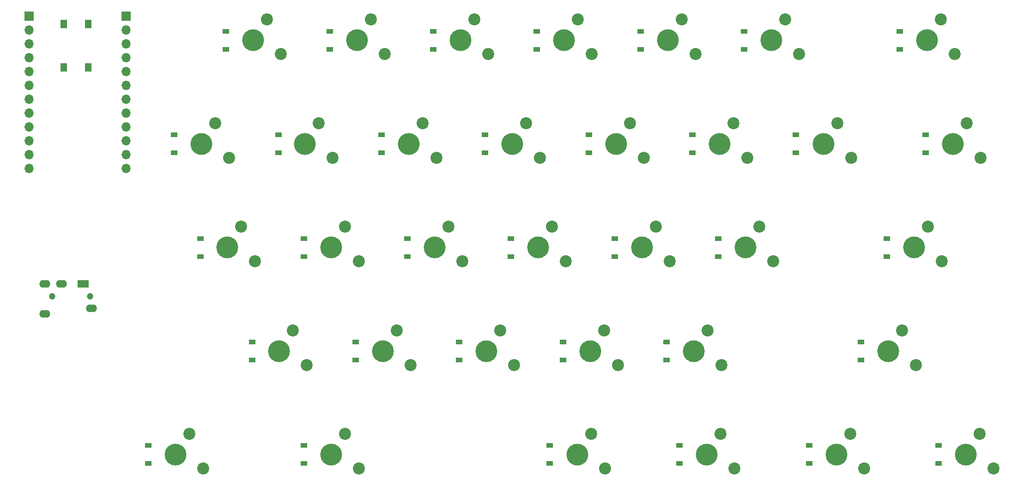
<source format=gbr>
%TF.GenerationSoftware,KiCad,Pcbnew,(6.0.4)*%
%TF.CreationDate,2022-03-31T09:00:27-07:00*%
%TF.ProjectId,hip-factor-3-r,6869702d-6661-4637-946f-722d332d722e,rev?*%
%TF.SameCoordinates,Original*%
%TF.FileFunction,Soldermask,Bot*%
%TF.FilePolarity,Negative*%
%FSLAX46Y46*%
G04 Gerber Fmt 4.6, Leading zero omitted, Abs format (unit mm)*
G04 Created by KiCad (PCBNEW (6.0.4)) date 2022-03-31 09:00:27*
%MOMM*%
%LPD*%
G01*
G04 APERTURE LIST*
%ADD10C,4.000000*%
%ADD11C,2.200000*%
%ADD12R,1.700000X1.700000*%
%ADD13O,1.700000X1.700000*%
%ADD14R,1.200000X0.900000*%
%ADD15C,1.200000*%
%ADD16O,2.000000X1.400000*%
%ADD17R,2.000000X1.400000*%
%ADD18R,1.300000X1.550000*%
G04 APERTURE END LIST*
D10*
%TO.C,SW9*%
X76000000Y-59000000D03*
D11*
X81080000Y-61540000D03*
X78540000Y-55190000D03*
%TD*%
D10*
%TO.C,SW25*%
X128250000Y-97000000D03*
D11*
X133330000Y-99540000D03*
X130790000Y-93190000D03*
%TD*%
D10*
%TO.C,SW10*%
X95000000Y-59000000D03*
D11*
X100080000Y-61540000D03*
X97540000Y-55190000D03*
%TD*%
D10*
%TO.C,SW13*%
X152000000Y-59000000D03*
D11*
X157080000Y-61540000D03*
X154540000Y-55190000D03*
%TD*%
D10*
%TO.C,SW5*%
X142500000Y-40000000D03*
D11*
X147580000Y-42540000D03*
X145040000Y-36190000D03*
%TD*%
D10*
%TO.C,SW34*%
X197125000Y-116000000D03*
D11*
X202205000Y-118540000D03*
X199665000Y-112190000D03*
%TD*%
D10*
%TO.C,SW8*%
X57000000Y-59000000D03*
D11*
X62080000Y-61540000D03*
X59540000Y-55190000D03*
%TD*%
D10*
%TO.C,SW18*%
X118750000Y-78000000D03*
D11*
X123830000Y-80540000D03*
X121290000Y-74190000D03*
%TD*%
D10*
%TO.C,SW32*%
X149625000Y-116000000D03*
D11*
X154705000Y-118540000D03*
X152165000Y-112190000D03*
%TD*%
D10*
%TO.C,SW27*%
X171000000Y-59000000D03*
D11*
X176080000Y-61540000D03*
X173540000Y-55190000D03*
%TD*%
D10*
%TO.C,SW1*%
X66500000Y-40000000D03*
D11*
X71580000Y-42540000D03*
X69040000Y-36190000D03*
%TD*%
D10*
%TO.C,SW21*%
X187625000Y-78000000D03*
D11*
X192705000Y-80540000D03*
X190165000Y-74190000D03*
%TD*%
D10*
%TO.C,SW17*%
X99750000Y-78000000D03*
D11*
X104830000Y-80540000D03*
X102290000Y-74190000D03*
%TD*%
D10*
%TO.C,SW14*%
X194750000Y-59000000D03*
D11*
X199830000Y-61540000D03*
X197290000Y-55190000D03*
%TD*%
D12*
%TO.C,J1*%
X43180000Y-35560000D03*
D13*
X43180000Y-38100000D03*
X43180000Y-40640000D03*
X43180000Y-43180000D03*
X43180000Y-45720000D03*
X43180000Y-48260000D03*
X43180000Y-50800000D03*
X43180000Y-53340000D03*
X43180000Y-55880000D03*
X43180000Y-58420000D03*
X43180000Y-60960000D03*
X43180000Y-63500000D03*
%TD*%
D10*
%TO.C,SW29*%
X52250000Y-116000000D03*
D11*
X57330000Y-118540000D03*
X54790000Y-112190000D03*
%TD*%
D10*
%TO.C,SW31*%
X125875000Y-116000000D03*
D11*
X130955000Y-118540000D03*
X128415000Y-112190000D03*
%TD*%
D10*
%TO.C,SW23*%
X90250000Y-97000000D03*
D11*
X95330000Y-99540000D03*
X92790000Y-93190000D03*
%TD*%
D10*
%TO.C,SW12*%
X133000000Y-59000000D03*
D11*
X138080000Y-61540000D03*
X135540000Y-55190000D03*
%TD*%
D10*
%TO.C,SW19*%
X137750000Y-78000000D03*
D11*
X142830000Y-80540000D03*
X140290000Y-74190000D03*
%TD*%
D10*
%TO.C,SW2*%
X85500000Y-40000000D03*
D11*
X90580000Y-42540000D03*
X88040000Y-36190000D03*
%TD*%
D10*
%TO.C,SW16*%
X80750000Y-78000000D03*
D11*
X85830000Y-80540000D03*
X83290000Y-74190000D03*
%TD*%
D10*
%TO.C,SW26*%
X147250000Y-97000000D03*
D11*
X152330000Y-99540000D03*
X149790000Y-93190000D03*
%TD*%
D10*
%TO.C,SW7*%
X190000000Y-40000000D03*
D11*
X195080000Y-42540000D03*
X192540000Y-36190000D03*
%TD*%
D10*
%TO.C,SW20*%
X156750000Y-78000000D03*
D11*
X161830000Y-80540000D03*
X159290000Y-74190000D03*
%TD*%
D10*
%TO.C,SW4*%
X123500000Y-40000000D03*
D11*
X128580000Y-42540000D03*
X126040000Y-36190000D03*
%TD*%
D10*
%TO.C,SW11*%
X114000000Y-59000000D03*
D11*
X119080000Y-61540000D03*
X116540000Y-55190000D03*
%TD*%
D10*
%TO.C,SW33*%
X173375000Y-116000000D03*
D11*
X178455000Y-118540000D03*
X175915000Y-112190000D03*
%TD*%
D10*
%TO.C,SW3*%
X104500000Y-40000000D03*
D11*
X109580000Y-42540000D03*
X107040000Y-36190000D03*
%TD*%
D10*
%TO.C,SW28*%
X182875000Y-97000000D03*
D11*
X187955000Y-99540000D03*
X185415000Y-93190000D03*
%TD*%
D10*
%TO.C,SW15*%
X61750000Y-78000000D03*
D11*
X66830000Y-80540000D03*
X64290000Y-74190000D03*
%TD*%
D10*
%TO.C,SW22*%
X71250000Y-97000000D03*
D11*
X76330000Y-99540000D03*
X73790000Y-93190000D03*
%TD*%
D10*
%TO.C,SW6*%
X161500000Y-40000000D03*
D11*
X166580000Y-42540000D03*
X164040000Y-36190000D03*
%TD*%
D12*
%TO.C,J2*%
X25400000Y-35560000D03*
D13*
X25400000Y-38100000D03*
X25400000Y-40640000D03*
X25400000Y-43180000D03*
X25400000Y-45720000D03*
X25400000Y-48260000D03*
X25400000Y-50800000D03*
X25400000Y-53340000D03*
X25400000Y-55880000D03*
X25400000Y-58420000D03*
X25400000Y-60960000D03*
X25400000Y-63500000D03*
%TD*%
D10*
%TO.C,SW24*%
X109250000Y-97000000D03*
D11*
X114330000Y-99540000D03*
X111790000Y-93190000D03*
%TD*%
D10*
%TO.C,SW30*%
X80750000Y-116000000D03*
D11*
X85830000Y-118540000D03*
X83290000Y-112190000D03*
%TD*%
D14*
%TO.C,D16*%
X75750000Y-79650000D03*
X75750000Y-76350000D03*
%TD*%
%TO.C,D21*%
X182625000Y-79650000D03*
X182625000Y-76350000D03*
%TD*%
%TO.C,D17*%
X94750000Y-79650000D03*
X94750000Y-76350000D03*
%TD*%
%TO.C,D26*%
X142250000Y-98650000D03*
X142250000Y-95350000D03*
%TD*%
%TO.C,D34*%
X192125000Y-117650000D03*
X192125000Y-114350000D03*
%TD*%
%TO.C,D24*%
X104250000Y-98650000D03*
X104250000Y-95350000D03*
%TD*%
%TO.C,D14*%
X189750000Y-60650000D03*
X189750000Y-57350000D03*
%TD*%
%TO.C,D5*%
X137500000Y-41650000D03*
X137500000Y-38350000D03*
%TD*%
%TO.C,D6*%
X156500000Y-41650000D03*
X156500000Y-38350000D03*
%TD*%
%TO.C,D10*%
X90000000Y-60650000D03*
X90000000Y-57350000D03*
%TD*%
%TO.C,D9*%
X71100000Y-60650000D03*
X71100000Y-57350000D03*
%TD*%
%TO.C,D18*%
X113750000Y-79650000D03*
X113750000Y-76350000D03*
%TD*%
%TO.C,D30*%
X75750000Y-117650000D03*
X75750000Y-114350000D03*
%TD*%
D15*
%TO.C,J3*%
X36630000Y-87000000D03*
X29630000Y-87000000D03*
D16*
X28330000Y-90200000D03*
X31330000Y-84700000D03*
X28330000Y-84700000D03*
X36830000Y-89200000D03*
D17*
X35330000Y-84700000D03*
%TD*%
D14*
%TO.C,D7*%
X185000000Y-41650000D03*
X185000000Y-38350000D03*
%TD*%
%TO.C,D2*%
X80500000Y-41650000D03*
X80500000Y-38350000D03*
%TD*%
%TO.C,D33*%
X168375000Y-117650000D03*
X168375000Y-114350000D03*
%TD*%
%TO.C,D15*%
X56800000Y-79650000D03*
X56800000Y-76350000D03*
%TD*%
%TO.C,D28*%
X177875000Y-98650000D03*
X177875000Y-95350000D03*
%TD*%
%TO.C,D23*%
X85250000Y-98650000D03*
X85250000Y-95350000D03*
%TD*%
%TO.C,D4*%
X118500000Y-41650000D03*
X118500000Y-38350000D03*
%TD*%
%TO.C,D11*%
X109000000Y-60650000D03*
X109000000Y-57350000D03*
%TD*%
%TO.C,D27*%
X166000000Y-60650000D03*
X166000000Y-57350000D03*
%TD*%
%TO.C,D32*%
X144625000Y-117650000D03*
X144625000Y-114350000D03*
%TD*%
%TO.C,D25*%
X123250000Y-98650000D03*
X123250000Y-95350000D03*
%TD*%
%TO.C,D12*%
X128000000Y-60650000D03*
X128000000Y-57350000D03*
%TD*%
%TO.C,D13*%
X147000000Y-60650000D03*
X147000000Y-57350000D03*
%TD*%
%TO.C,D22*%
X66300000Y-98650000D03*
X66300000Y-95350000D03*
%TD*%
%TO.C,D1*%
X61500000Y-41650000D03*
X61500000Y-38350000D03*
%TD*%
%TO.C,D31*%
X120875000Y-117650000D03*
X120875000Y-114350000D03*
%TD*%
%TO.C,D8*%
X52000000Y-60650000D03*
X52000000Y-57350000D03*
%TD*%
%TO.C,D20*%
X151750000Y-79650000D03*
X151750000Y-76350000D03*
%TD*%
%TO.C,D19*%
X132750000Y-79650000D03*
X132750000Y-76350000D03*
%TD*%
%TO.C,D3*%
X99500000Y-41650000D03*
X99500000Y-38350000D03*
%TD*%
%TO.C,D29*%
X47300000Y-117650000D03*
X47300000Y-114350000D03*
%TD*%
D18*
%TO.C,SW36*%
X31750000Y-44980000D03*
X31750000Y-37020000D03*
X36250000Y-44980000D03*
X36250000Y-37020000D03*
%TD*%
M02*

</source>
